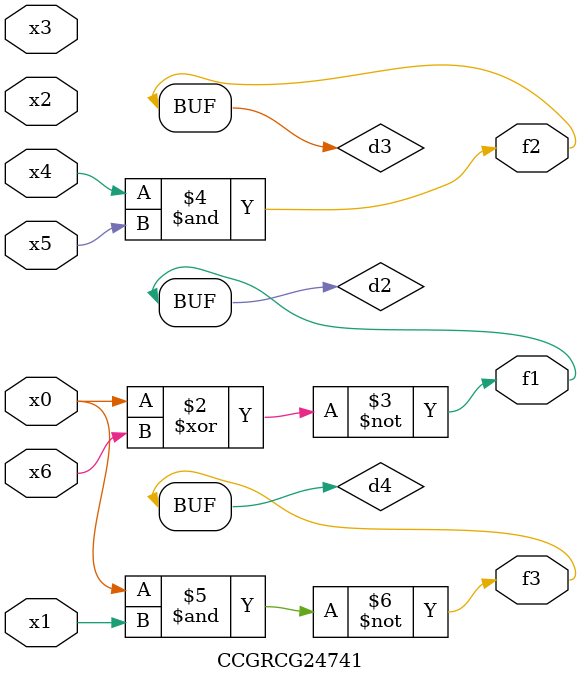
<source format=v>
module CCGRCG24741(
	input x0, x1, x2, x3, x4, x5, x6,
	output f1, f2, f3
);

	wire d1, d2, d3, d4;

	nor (d1, x0);
	xnor (d2, x0, x6);
	and (d3, x4, x5);
	nand (d4, x0, x1);
	assign f1 = d2;
	assign f2 = d3;
	assign f3 = d4;
endmodule

</source>
